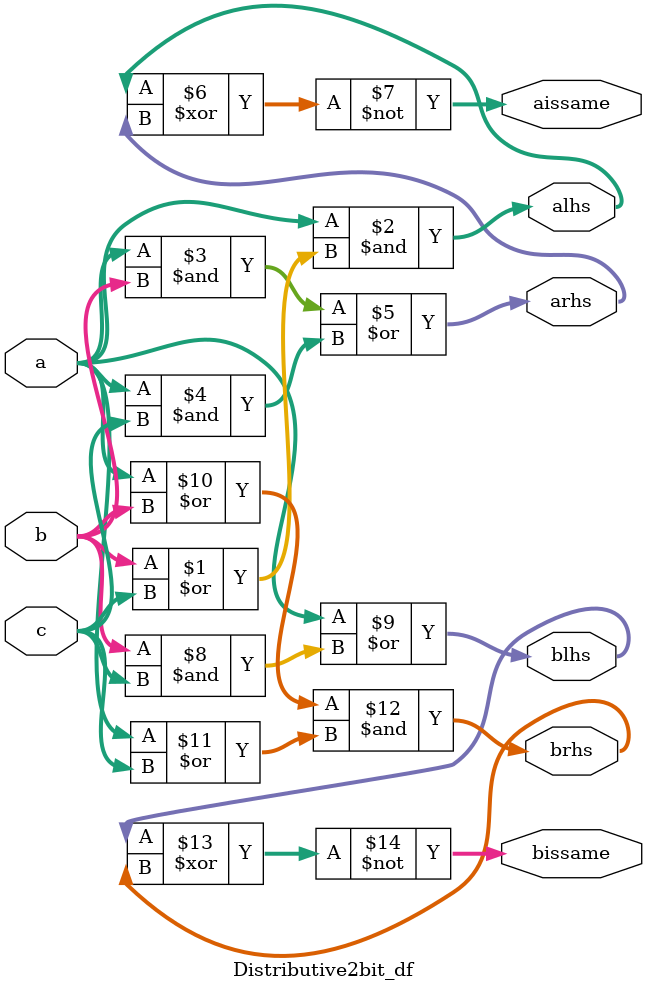
<source format=v>
`timescale 1ns/1ps

module Distributive2bit_df (
    input [1:0] a, b, c,
    output [1:0] alhs, arhs,
    output [1:0] blhs, brhs,
    output [1:0] aissame, bissame
);
    assign alhs = a & (b | c);
    assign arhs = a & b | a & c;
    assign aissame = ~(alhs ^ arhs);

    assign blhs = a | b & c;
    assign brhs = (a | b) & (a | c);
    assign bissame = ~(blhs ^ brhs);
endmodule

</source>
